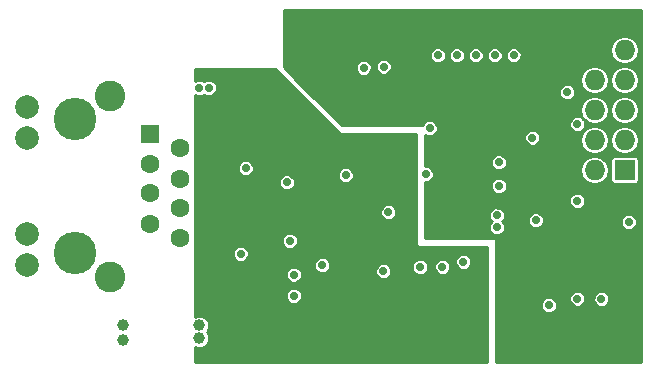
<source format=gbr>
G04 #@! TF.FileFunction,Copper,L3,Inr,Signal*
%FSLAX46Y46*%
G04 Gerber Fmt 4.6, Leading zero omitted, Abs format (unit mm)*
G04 Created by KiCad (PCBNEW (2016-08-24 BZR 7090, Git 532a5fb)-product) date 10/24/16 18:33:33*
%MOMM*%
%LPD*%
G01*
G04 APERTURE LIST*
%ADD10C,0.100000*%
%ADD11C,1.000000*%
%ADD12C,3.599180*%
%ADD13R,1.600000X1.600000*%
%ADD14C,1.600000*%
%ADD15C,2.000000*%
%ADD16C,2.600000*%
%ADD17R,1.727200X1.727200*%
%ADD18O,1.727200X1.727200*%
%ADD19C,0.700000*%
%ADD20C,0.254000*%
G04 APERTURE END LIST*
D10*
D11*
X151000000Y-124300000D03*
X144500000Y-124300000D03*
X156100000Y-103000000D03*
X163300000Y-99600000D03*
X161900000Y-99600000D03*
D12*
X140498920Y-118199760D03*
X140450660Y-106800240D03*
D13*
X146800660Y-108100720D03*
D14*
X149350820Y-109299600D03*
X146800660Y-110600080D03*
X149350820Y-111900560D03*
X146800660Y-113099440D03*
X149350820Y-114399920D03*
X146800660Y-115700400D03*
X149350820Y-116899280D03*
D15*
X136450160Y-105850280D03*
X136450160Y-108400440D03*
X136450160Y-116599560D03*
X136450160Y-119149720D03*
D16*
X143450400Y-104849520D03*
X143450400Y-120249540D03*
D17*
X187000000Y-111160000D03*
D18*
X184460000Y-111160000D03*
X187000000Y-108620000D03*
X184460000Y-108620000D03*
X187000000Y-106080000D03*
X184460000Y-106080000D03*
X187000000Y-103540000D03*
X184460000Y-103540000D03*
X187000000Y-101000000D03*
X184460000Y-101000000D03*
D11*
X155000000Y-103000000D03*
X144500000Y-125500000D03*
X151000000Y-125400000D03*
D19*
X185050000Y-122050000D03*
X151000000Y-104200000D03*
X151800000Y-104200000D03*
X164900000Y-102500000D03*
X166600000Y-102400000D03*
X179488567Y-115421483D03*
X187350000Y-115550000D03*
X183000000Y-122040000D03*
X182990000Y-113770000D03*
X177600000Y-101450000D03*
X176000000Y-101450000D03*
X174400000Y-101450000D03*
X172800000Y-101450000D03*
X171200000Y-101450000D03*
X170500000Y-107610000D03*
X179200000Y-108400000D03*
X170160000Y-111500000D03*
X180600000Y-122600000D03*
X166590000Y-119720000D03*
X161400000Y-119200000D03*
X173349980Y-118914321D03*
X171573198Y-119346055D03*
X169690000Y-119360000D03*
X167010924Y-114719759D03*
X163380000Y-111590000D03*
X154910000Y-110990000D03*
X154500000Y-118250000D03*
X178250000Y-118550000D03*
X179200000Y-101450000D03*
X164950000Y-103780000D03*
X164940000Y-105380000D03*
X164940000Y-106950000D03*
X174790000Y-119240000D03*
X172517506Y-119312573D03*
X170610000Y-119390000D03*
X166610000Y-117840000D03*
X166990000Y-113820000D03*
X167665317Y-111664165D03*
X157000000Y-112000000D03*
X155750000Y-104500000D03*
X158661090Y-117138910D03*
X158400000Y-112200000D03*
X159000000Y-121800000D03*
X176200000Y-116000000D03*
X159000000Y-120000000D03*
X176200000Y-115000000D03*
X176350000Y-112500000D03*
X183016970Y-107256970D03*
X176350000Y-110500000D03*
X182150000Y-104550000D03*
D20*
G36*
X162910197Y-108089803D02*
X162951399Y-108117333D01*
X163000000Y-108127000D01*
X169373000Y-108127000D01*
X169373000Y-117500000D01*
X169382667Y-117548601D01*
X169410197Y-117589803D01*
X169451399Y-117617333D01*
X169500000Y-117627000D01*
X175373000Y-117627000D01*
X175373000Y-127373000D01*
X150627000Y-127373000D01*
X150627000Y-126140580D01*
X150834778Y-126226856D01*
X151163779Y-126227143D01*
X151467846Y-126101505D01*
X151700688Y-125869070D01*
X151826856Y-125565222D01*
X151827143Y-125236221D01*
X151701505Y-124932154D01*
X151619555Y-124850061D01*
X151700688Y-124769070D01*
X151826856Y-124465222D01*
X151827143Y-124136221D01*
X151701505Y-123832154D01*
X151469070Y-123599312D01*
X151165222Y-123473144D01*
X150836221Y-123472857D01*
X150627000Y-123559305D01*
X150627000Y-121934073D01*
X158322883Y-121934073D01*
X158425733Y-122182989D01*
X158616010Y-122373598D01*
X158864746Y-122476882D01*
X159134073Y-122477117D01*
X159382989Y-122374267D01*
X159573598Y-122183990D01*
X159676882Y-121935254D01*
X159677117Y-121665927D01*
X159574267Y-121417011D01*
X159383990Y-121226402D01*
X159135254Y-121123118D01*
X158865927Y-121122883D01*
X158617011Y-121225733D01*
X158426402Y-121416010D01*
X158323118Y-121664746D01*
X158322883Y-121934073D01*
X150627000Y-121934073D01*
X150627000Y-120134073D01*
X158322883Y-120134073D01*
X158425733Y-120382989D01*
X158616010Y-120573598D01*
X158864746Y-120676882D01*
X159134073Y-120677117D01*
X159382989Y-120574267D01*
X159573598Y-120383990D01*
X159676882Y-120135254D01*
X159677117Y-119865927D01*
X159574267Y-119617011D01*
X159383990Y-119426402D01*
X159161637Y-119334073D01*
X160722883Y-119334073D01*
X160825733Y-119582989D01*
X161016010Y-119773598D01*
X161264746Y-119876882D01*
X161534073Y-119877117D01*
X161589843Y-119854073D01*
X165912883Y-119854073D01*
X166015733Y-120102989D01*
X166206010Y-120293598D01*
X166454746Y-120396882D01*
X166724073Y-120397117D01*
X166972989Y-120294267D01*
X167163598Y-120103990D01*
X167266882Y-119855254D01*
X167267117Y-119585927D01*
X167229164Y-119494073D01*
X169012883Y-119494073D01*
X169115733Y-119742989D01*
X169306010Y-119933598D01*
X169554746Y-120036882D01*
X169824073Y-120037117D01*
X170072989Y-119934267D01*
X170263598Y-119743990D01*
X170366882Y-119495254D01*
X170366895Y-119480128D01*
X170896081Y-119480128D01*
X170998931Y-119729044D01*
X171189208Y-119919653D01*
X171437944Y-120022937D01*
X171707271Y-120023172D01*
X171956187Y-119920322D01*
X172146796Y-119730045D01*
X172250080Y-119481309D01*
X172250315Y-119211982D01*
X172182722Y-119048394D01*
X172672863Y-119048394D01*
X172775713Y-119297310D01*
X172965990Y-119487919D01*
X173214726Y-119591203D01*
X173484053Y-119591438D01*
X173732969Y-119488588D01*
X173923578Y-119298311D01*
X174026862Y-119049575D01*
X174027097Y-118780248D01*
X173924247Y-118531332D01*
X173733970Y-118340723D01*
X173485234Y-118237439D01*
X173215907Y-118237204D01*
X172966991Y-118340054D01*
X172776382Y-118530331D01*
X172673098Y-118779067D01*
X172672863Y-119048394D01*
X172182722Y-119048394D01*
X172147465Y-118963066D01*
X171957188Y-118772457D01*
X171708452Y-118669173D01*
X171439125Y-118668938D01*
X171190209Y-118771788D01*
X170999600Y-118962065D01*
X170896316Y-119210801D01*
X170896081Y-119480128D01*
X170366895Y-119480128D01*
X170367117Y-119225927D01*
X170264267Y-118977011D01*
X170073990Y-118786402D01*
X169825254Y-118683118D01*
X169555927Y-118682883D01*
X169307011Y-118785733D01*
X169116402Y-118976010D01*
X169013118Y-119224746D01*
X169012883Y-119494073D01*
X167229164Y-119494073D01*
X167164267Y-119337011D01*
X166973990Y-119146402D01*
X166725254Y-119043118D01*
X166455927Y-119042883D01*
X166207011Y-119145733D01*
X166016402Y-119336010D01*
X165913118Y-119584746D01*
X165912883Y-119854073D01*
X161589843Y-119854073D01*
X161782989Y-119774267D01*
X161973598Y-119583990D01*
X162076882Y-119335254D01*
X162077117Y-119065927D01*
X161974267Y-118817011D01*
X161783990Y-118626402D01*
X161535254Y-118523118D01*
X161265927Y-118522883D01*
X161017011Y-118625733D01*
X160826402Y-118816010D01*
X160723118Y-119064746D01*
X160722883Y-119334073D01*
X159161637Y-119334073D01*
X159135254Y-119323118D01*
X158865927Y-119322883D01*
X158617011Y-119425733D01*
X158426402Y-119616010D01*
X158323118Y-119864746D01*
X158322883Y-120134073D01*
X150627000Y-120134073D01*
X150627000Y-118384073D01*
X153822883Y-118384073D01*
X153925733Y-118632989D01*
X154116010Y-118823598D01*
X154364746Y-118926882D01*
X154634073Y-118927117D01*
X154882989Y-118824267D01*
X155073598Y-118633990D01*
X155176882Y-118385254D01*
X155177117Y-118115927D01*
X155074267Y-117867011D01*
X154883990Y-117676402D01*
X154635254Y-117573118D01*
X154365927Y-117572883D01*
X154117011Y-117675733D01*
X153926402Y-117866010D01*
X153823118Y-118114746D01*
X153822883Y-118384073D01*
X150627000Y-118384073D01*
X150627000Y-117272983D01*
X157983973Y-117272983D01*
X158086823Y-117521899D01*
X158277100Y-117712508D01*
X158525836Y-117815792D01*
X158795163Y-117816027D01*
X159044079Y-117713177D01*
X159234688Y-117522900D01*
X159337972Y-117274164D01*
X159338207Y-117004837D01*
X159235357Y-116755921D01*
X159045080Y-116565312D01*
X158796344Y-116462028D01*
X158527017Y-116461793D01*
X158278101Y-116564643D01*
X158087492Y-116754920D01*
X157984208Y-117003656D01*
X157983973Y-117272983D01*
X150627000Y-117272983D01*
X150627000Y-114853832D01*
X166333807Y-114853832D01*
X166436657Y-115102748D01*
X166626934Y-115293357D01*
X166875670Y-115396641D01*
X167144997Y-115396876D01*
X167393913Y-115294026D01*
X167584522Y-115103749D01*
X167687806Y-114855013D01*
X167688041Y-114585686D01*
X167585191Y-114336770D01*
X167394914Y-114146161D01*
X167146178Y-114042877D01*
X166876851Y-114042642D01*
X166627935Y-114145492D01*
X166437326Y-114335769D01*
X166334042Y-114584505D01*
X166333807Y-114853832D01*
X150627000Y-114853832D01*
X150627000Y-112334073D01*
X157722883Y-112334073D01*
X157825733Y-112582989D01*
X158016010Y-112773598D01*
X158264746Y-112876882D01*
X158534073Y-112877117D01*
X158782989Y-112774267D01*
X158973598Y-112583990D01*
X159076882Y-112335254D01*
X159077117Y-112065927D01*
X158974267Y-111817011D01*
X158881491Y-111724073D01*
X162702883Y-111724073D01*
X162805733Y-111972989D01*
X162996010Y-112163598D01*
X163244746Y-112266882D01*
X163514073Y-112267117D01*
X163762989Y-112164267D01*
X163953598Y-111973990D01*
X164056882Y-111725254D01*
X164057117Y-111455927D01*
X163954267Y-111207011D01*
X163763990Y-111016402D01*
X163515254Y-110913118D01*
X163245927Y-110912883D01*
X162997011Y-111015733D01*
X162806402Y-111206010D01*
X162703118Y-111454746D01*
X162702883Y-111724073D01*
X158881491Y-111724073D01*
X158783990Y-111626402D01*
X158535254Y-111523118D01*
X158265927Y-111522883D01*
X158017011Y-111625733D01*
X157826402Y-111816010D01*
X157723118Y-112064746D01*
X157722883Y-112334073D01*
X150627000Y-112334073D01*
X150627000Y-111124073D01*
X154232883Y-111124073D01*
X154335733Y-111372989D01*
X154526010Y-111563598D01*
X154774746Y-111666882D01*
X155044073Y-111667117D01*
X155292989Y-111564267D01*
X155483598Y-111373990D01*
X155586882Y-111125254D01*
X155587117Y-110855927D01*
X155484267Y-110607011D01*
X155293990Y-110416402D01*
X155045254Y-110313118D01*
X154775927Y-110312883D01*
X154527011Y-110415733D01*
X154336402Y-110606010D01*
X154233118Y-110854746D01*
X154232883Y-111124073D01*
X150627000Y-111124073D01*
X150627000Y-104778161D01*
X150864746Y-104876882D01*
X151134073Y-104877117D01*
X151382989Y-104774267D01*
X151399863Y-104757423D01*
X151416010Y-104773598D01*
X151664746Y-104876882D01*
X151934073Y-104877117D01*
X152182989Y-104774267D01*
X152373598Y-104583990D01*
X152476882Y-104335254D01*
X152477117Y-104065927D01*
X152374267Y-103817011D01*
X152183990Y-103626402D01*
X151935254Y-103523118D01*
X151665927Y-103522883D01*
X151417011Y-103625733D01*
X151400137Y-103642577D01*
X151383990Y-103626402D01*
X151135254Y-103523118D01*
X150865927Y-103522883D01*
X150627000Y-103621606D01*
X150627000Y-102627000D01*
X157447394Y-102627000D01*
X162910197Y-108089803D01*
X162910197Y-108089803D01*
G37*
X162910197Y-108089803D02*
X162951399Y-108117333D01*
X163000000Y-108127000D01*
X169373000Y-108127000D01*
X169373000Y-117500000D01*
X169382667Y-117548601D01*
X169410197Y-117589803D01*
X169451399Y-117617333D01*
X169500000Y-117627000D01*
X175373000Y-117627000D01*
X175373000Y-127373000D01*
X150627000Y-127373000D01*
X150627000Y-126140580D01*
X150834778Y-126226856D01*
X151163779Y-126227143D01*
X151467846Y-126101505D01*
X151700688Y-125869070D01*
X151826856Y-125565222D01*
X151827143Y-125236221D01*
X151701505Y-124932154D01*
X151619555Y-124850061D01*
X151700688Y-124769070D01*
X151826856Y-124465222D01*
X151827143Y-124136221D01*
X151701505Y-123832154D01*
X151469070Y-123599312D01*
X151165222Y-123473144D01*
X150836221Y-123472857D01*
X150627000Y-123559305D01*
X150627000Y-121934073D01*
X158322883Y-121934073D01*
X158425733Y-122182989D01*
X158616010Y-122373598D01*
X158864746Y-122476882D01*
X159134073Y-122477117D01*
X159382989Y-122374267D01*
X159573598Y-122183990D01*
X159676882Y-121935254D01*
X159677117Y-121665927D01*
X159574267Y-121417011D01*
X159383990Y-121226402D01*
X159135254Y-121123118D01*
X158865927Y-121122883D01*
X158617011Y-121225733D01*
X158426402Y-121416010D01*
X158323118Y-121664746D01*
X158322883Y-121934073D01*
X150627000Y-121934073D01*
X150627000Y-120134073D01*
X158322883Y-120134073D01*
X158425733Y-120382989D01*
X158616010Y-120573598D01*
X158864746Y-120676882D01*
X159134073Y-120677117D01*
X159382989Y-120574267D01*
X159573598Y-120383990D01*
X159676882Y-120135254D01*
X159677117Y-119865927D01*
X159574267Y-119617011D01*
X159383990Y-119426402D01*
X159161637Y-119334073D01*
X160722883Y-119334073D01*
X160825733Y-119582989D01*
X161016010Y-119773598D01*
X161264746Y-119876882D01*
X161534073Y-119877117D01*
X161589843Y-119854073D01*
X165912883Y-119854073D01*
X166015733Y-120102989D01*
X166206010Y-120293598D01*
X166454746Y-120396882D01*
X166724073Y-120397117D01*
X166972989Y-120294267D01*
X167163598Y-120103990D01*
X167266882Y-119855254D01*
X167267117Y-119585927D01*
X167229164Y-119494073D01*
X169012883Y-119494073D01*
X169115733Y-119742989D01*
X169306010Y-119933598D01*
X169554746Y-120036882D01*
X169824073Y-120037117D01*
X170072989Y-119934267D01*
X170263598Y-119743990D01*
X170366882Y-119495254D01*
X170366895Y-119480128D01*
X170896081Y-119480128D01*
X170998931Y-119729044D01*
X171189208Y-119919653D01*
X171437944Y-120022937D01*
X171707271Y-120023172D01*
X171956187Y-119920322D01*
X172146796Y-119730045D01*
X172250080Y-119481309D01*
X172250315Y-119211982D01*
X172182722Y-119048394D01*
X172672863Y-119048394D01*
X172775713Y-119297310D01*
X172965990Y-119487919D01*
X173214726Y-119591203D01*
X173484053Y-119591438D01*
X173732969Y-119488588D01*
X173923578Y-119298311D01*
X174026862Y-119049575D01*
X174027097Y-118780248D01*
X173924247Y-118531332D01*
X173733970Y-118340723D01*
X173485234Y-118237439D01*
X173215907Y-118237204D01*
X172966991Y-118340054D01*
X172776382Y-118530331D01*
X172673098Y-118779067D01*
X172672863Y-119048394D01*
X172182722Y-119048394D01*
X172147465Y-118963066D01*
X171957188Y-118772457D01*
X171708452Y-118669173D01*
X171439125Y-118668938D01*
X171190209Y-118771788D01*
X170999600Y-118962065D01*
X170896316Y-119210801D01*
X170896081Y-119480128D01*
X170366895Y-119480128D01*
X170367117Y-119225927D01*
X170264267Y-118977011D01*
X170073990Y-118786402D01*
X169825254Y-118683118D01*
X169555927Y-118682883D01*
X169307011Y-118785733D01*
X169116402Y-118976010D01*
X169013118Y-119224746D01*
X169012883Y-119494073D01*
X167229164Y-119494073D01*
X167164267Y-119337011D01*
X166973990Y-119146402D01*
X166725254Y-119043118D01*
X166455927Y-119042883D01*
X166207011Y-119145733D01*
X166016402Y-119336010D01*
X165913118Y-119584746D01*
X165912883Y-119854073D01*
X161589843Y-119854073D01*
X161782989Y-119774267D01*
X161973598Y-119583990D01*
X162076882Y-119335254D01*
X162077117Y-119065927D01*
X161974267Y-118817011D01*
X161783990Y-118626402D01*
X161535254Y-118523118D01*
X161265927Y-118522883D01*
X161017011Y-118625733D01*
X160826402Y-118816010D01*
X160723118Y-119064746D01*
X160722883Y-119334073D01*
X159161637Y-119334073D01*
X159135254Y-119323118D01*
X158865927Y-119322883D01*
X158617011Y-119425733D01*
X158426402Y-119616010D01*
X158323118Y-119864746D01*
X158322883Y-120134073D01*
X150627000Y-120134073D01*
X150627000Y-118384073D01*
X153822883Y-118384073D01*
X153925733Y-118632989D01*
X154116010Y-118823598D01*
X154364746Y-118926882D01*
X154634073Y-118927117D01*
X154882989Y-118824267D01*
X155073598Y-118633990D01*
X155176882Y-118385254D01*
X155177117Y-118115927D01*
X155074267Y-117867011D01*
X154883990Y-117676402D01*
X154635254Y-117573118D01*
X154365927Y-117572883D01*
X154117011Y-117675733D01*
X153926402Y-117866010D01*
X153823118Y-118114746D01*
X153822883Y-118384073D01*
X150627000Y-118384073D01*
X150627000Y-117272983D01*
X157983973Y-117272983D01*
X158086823Y-117521899D01*
X158277100Y-117712508D01*
X158525836Y-117815792D01*
X158795163Y-117816027D01*
X159044079Y-117713177D01*
X159234688Y-117522900D01*
X159337972Y-117274164D01*
X159338207Y-117004837D01*
X159235357Y-116755921D01*
X159045080Y-116565312D01*
X158796344Y-116462028D01*
X158527017Y-116461793D01*
X158278101Y-116564643D01*
X158087492Y-116754920D01*
X157984208Y-117003656D01*
X157983973Y-117272983D01*
X150627000Y-117272983D01*
X150627000Y-114853832D01*
X166333807Y-114853832D01*
X166436657Y-115102748D01*
X166626934Y-115293357D01*
X166875670Y-115396641D01*
X167144997Y-115396876D01*
X167393913Y-115294026D01*
X167584522Y-115103749D01*
X167687806Y-114855013D01*
X167688041Y-114585686D01*
X167585191Y-114336770D01*
X167394914Y-114146161D01*
X167146178Y-114042877D01*
X166876851Y-114042642D01*
X166627935Y-114145492D01*
X166437326Y-114335769D01*
X166334042Y-114584505D01*
X166333807Y-114853832D01*
X150627000Y-114853832D01*
X150627000Y-112334073D01*
X157722883Y-112334073D01*
X157825733Y-112582989D01*
X158016010Y-112773598D01*
X158264746Y-112876882D01*
X158534073Y-112877117D01*
X158782989Y-112774267D01*
X158973598Y-112583990D01*
X159076882Y-112335254D01*
X159077117Y-112065927D01*
X158974267Y-111817011D01*
X158881491Y-111724073D01*
X162702883Y-111724073D01*
X162805733Y-111972989D01*
X162996010Y-112163598D01*
X163244746Y-112266882D01*
X163514073Y-112267117D01*
X163762989Y-112164267D01*
X163953598Y-111973990D01*
X164056882Y-111725254D01*
X164057117Y-111455927D01*
X163954267Y-111207011D01*
X163763990Y-111016402D01*
X163515254Y-110913118D01*
X163245927Y-110912883D01*
X162997011Y-111015733D01*
X162806402Y-111206010D01*
X162703118Y-111454746D01*
X162702883Y-111724073D01*
X158881491Y-111724073D01*
X158783990Y-111626402D01*
X158535254Y-111523118D01*
X158265927Y-111522883D01*
X158017011Y-111625733D01*
X157826402Y-111816010D01*
X157723118Y-112064746D01*
X157722883Y-112334073D01*
X150627000Y-112334073D01*
X150627000Y-111124073D01*
X154232883Y-111124073D01*
X154335733Y-111372989D01*
X154526010Y-111563598D01*
X154774746Y-111666882D01*
X155044073Y-111667117D01*
X155292989Y-111564267D01*
X155483598Y-111373990D01*
X155586882Y-111125254D01*
X155587117Y-110855927D01*
X155484267Y-110607011D01*
X155293990Y-110416402D01*
X155045254Y-110313118D01*
X154775927Y-110312883D01*
X154527011Y-110415733D01*
X154336402Y-110606010D01*
X154233118Y-110854746D01*
X154232883Y-111124073D01*
X150627000Y-111124073D01*
X150627000Y-104778161D01*
X150864746Y-104876882D01*
X151134073Y-104877117D01*
X151382989Y-104774267D01*
X151399863Y-104757423D01*
X151416010Y-104773598D01*
X151664746Y-104876882D01*
X151934073Y-104877117D01*
X152182989Y-104774267D01*
X152373598Y-104583990D01*
X152476882Y-104335254D01*
X152477117Y-104065927D01*
X152374267Y-103817011D01*
X152183990Y-103626402D01*
X151935254Y-103523118D01*
X151665927Y-103522883D01*
X151417011Y-103625733D01*
X151400137Y-103642577D01*
X151383990Y-103626402D01*
X151135254Y-103523118D01*
X150865927Y-103522883D01*
X150627000Y-103621606D01*
X150627000Y-102627000D01*
X157447394Y-102627000D01*
X162910197Y-108089803D01*
G36*
X188373000Y-127373000D02*
X176127000Y-127373000D01*
X176127000Y-122734073D01*
X179922883Y-122734073D01*
X180025733Y-122982989D01*
X180216010Y-123173598D01*
X180464746Y-123276882D01*
X180734073Y-123277117D01*
X180982989Y-123174267D01*
X181173598Y-122983990D01*
X181276882Y-122735254D01*
X181277117Y-122465927D01*
X181174267Y-122217011D01*
X181131404Y-122174073D01*
X182322883Y-122174073D01*
X182425733Y-122422989D01*
X182616010Y-122613598D01*
X182864746Y-122716882D01*
X183134073Y-122717117D01*
X183382989Y-122614267D01*
X183573598Y-122423990D01*
X183673220Y-122184073D01*
X184372883Y-122184073D01*
X184475733Y-122432989D01*
X184666010Y-122623598D01*
X184914746Y-122726882D01*
X185184073Y-122727117D01*
X185432989Y-122624267D01*
X185623598Y-122433990D01*
X185726882Y-122185254D01*
X185727117Y-121915927D01*
X185624267Y-121667011D01*
X185433990Y-121476402D01*
X185185254Y-121373118D01*
X184915927Y-121372883D01*
X184667011Y-121475733D01*
X184476402Y-121666010D01*
X184373118Y-121914746D01*
X184372883Y-122184073D01*
X183673220Y-122184073D01*
X183676882Y-122175254D01*
X183677117Y-121905927D01*
X183574267Y-121657011D01*
X183383990Y-121466402D01*
X183135254Y-121363118D01*
X182865927Y-121362883D01*
X182617011Y-121465733D01*
X182426402Y-121656010D01*
X182323118Y-121904746D01*
X182322883Y-122174073D01*
X181131404Y-122174073D01*
X180983990Y-122026402D01*
X180735254Y-121923118D01*
X180465927Y-121922883D01*
X180217011Y-122025733D01*
X180026402Y-122216010D01*
X179923118Y-122464746D01*
X179922883Y-122734073D01*
X176127000Y-122734073D01*
X176127000Y-117000000D01*
X176117333Y-116951399D01*
X176089803Y-116910197D01*
X176048601Y-116882667D01*
X176000000Y-116873000D01*
X170127000Y-116873000D01*
X170127000Y-115134073D01*
X175522883Y-115134073D01*
X175625733Y-115382989D01*
X175742577Y-115500037D01*
X175626402Y-115616010D01*
X175523118Y-115864746D01*
X175522883Y-116134073D01*
X175625733Y-116382989D01*
X175816010Y-116573598D01*
X176064746Y-116676882D01*
X176334073Y-116677117D01*
X176582989Y-116574267D01*
X176773598Y-116383990D01*
X176876882Y-116135254D01*
X176877117Y-115865927D01*
X176774267Y-115617011D01*
X176712920Y-115555556D01*
X178811450Y-115555556D01*
X178914300Y-115804472D01*
X179104577Y-115995081D01*
X179353313Y-116098365D01*
X179622640Y-116098600D01*
X179871556Y-115995750D01*
X180062165Y-115805473D01*
X180112574Y-115684073D01*
X186672883Y-115684073D01*
X186775733Y-115932989D01*
X186966010Y-116123598D01*
X187214746Y-116226882D01*
X187484073Y-116227117D01*
X187732989Y-116124267D01*
X187923598Y-115933990D01*
X188026882Y-115685254D01*
X188027117Y-115415927D01*
X187924267Y-115167011D01*
X187733990Y-114976402D01*
X187485254Y-114873118D01*
X187215927Y-114872883D01*
X186967011Y-114975733D01*
X186776402Y-115166010D01*
X186673118Y-115414746D01*
X186672883Y-115684073D01*
X180112574Y-115684073D01*
X180165449Y-115556737D01*
X180165684Y-115287410D01*
X180062834Y-115038494D01*
X179872557Y-114847885D01*
X179623821Y-114744601D01*
X179354494Y-114744366D01*
X179105578Y-114847216D01*
X178914969Y-115037493D01*
X178811685Y-115286229D01*
X178811450Y-115555556D01*
X176712920Y-115555556D01*
X176657423Y-115499963D01*
X176773598Y-115383990D01*
X176876882Y-115135254D01*
X176877117Y-114865927D01*
X176774267Y-114617011D01*
X176583990Y-114426402D01*
X176335254Y-114323118D01*
X176065927Y-114322883D01*
X175817011Y-114425733D01*
X175626402Y-114616010D01*
X175523118Y-114864746D01*
X175522883Y-115134073D01*
X170127000Y-115134073D01*
X170127000Y-113904073D01*
X182312883Y-113904073D01*
X182415733Y-114152989D01*
X182606010Y-114343598D01*
X182854746Y-114446882D01*
X183124073Y-114447117D01*
X183372989Y-114344267D01*
X183563598Y-114153990D01*
X183666882Y-113905254D01*
X183667117Y-113635927D01*
X183564267Y-113387011D01*
X183373990Y-113196402D01*
X183125254Y-113093118D01*
X182855927Y-113092883D01*
X182607011Y-113195733D01*
X182416402Y-113386010D01*
X182313118Y-113634746D01*
X182312883Y-113904073D01*
X170127000Y-113904073D01*
X170127000Y-112634073D01*
X175672883Y-112634073D01*
X175775733Y-112882989D01*
X175966010Y-113073598D01*
X176214746Y-113176882D01*
X176484073Y-113177117D01*
X176732989Y-113074267D01*
X176923598Y-112883990D01*
X177026882Y-112635254D01*
X177027117Y-112365927D01*
X176924267Y-112117011D01*
X176733990Y-111926402D01*
X176485254Y-111823118D01*
X176215927Y-111822883D01*
X175967011Y-111925733D01*
X175776402Y-112116010D01*
X175673118Y-112364746D01*
X175672883Y-112634073D01*
X170127000Y-112634073D01*
X170127000Y-112176971D01*
X170294073Y-112177117D01*
X170542989Y-112074267D01*
X170733598Y-111883990D01*
X170836882Y-111635254D01*
X170837117Y-111365927D01*
X170734267Y-111117011D01*
X170543990Y-110926402D01*
X170295254Y-110823118D01*
X170127000Y-110822971D01*
X170127000Y-110634073D01*
X175672883Y-110634073D01*
X175775733Y-110882989D01*
X175966010Y-111073598D01*
X176214746Y-111176882D01*
X176484073Y-111177117D01*
X176525499Y-111160000D01*
X183246075Y-111160000D01*
X183336704Y-111615623D01*
X183594794Y-112001881D01*
X183981052Y-112259971D01*
X184436675Y-112350600D01*
X184483325Y-112350600D01*
X184938948Y-112259971D01*
X185325206Y-112001881D01*
X185583296Y-111615623D01*
X185673925Y-111160000D01*
X185583296Y-110704377D01*
X185325206Y-110318119D01*
X185292702Y-110296400D01*
X185802994Y-110296400D01*
X185802994Y-112023600D01*
X185828373Y-112151189D01*
X185900646Y-112259354D01*
X186008811Y-112331627D01*
X186136400Y-112357006D01*
X187863600Y-112357006D01*
X187991189Y-112331627D01*
X188099354Y-112259354D01*
X188171627Y-112151189D01*
X188197006Y-112023600D01*
X188197006Y-110296400D01*
X188171627Y-110168811D01*
X188099354Y-110060646D01*
X187991189Y-109988373D01*
X187863600Y-109962994D01*
X186136400Y-109962994D01*
X186008811Y-109988373D01*
X185900646Y-110060646D01*
X185828373Y-110168811D01*
X185802994Y-110296400D01*
X185292702Y-110296400D01*
X184938948Y-110060029D01*
X184483325Y-109969400D01*
X184436675Y-109969400D01*
X183981052Y-110060029D01*
X183594794Y-110318119D01*
X183336704Y-110704377D01*
X183246075Y-111160000D01*
X176525499Y-111160000D01*
X176732989Y-111074267D01*
X176923598Y-110883990D01*
X177026882Y-110635254D01*
X177027117Y-110365927D01*
X176924267Y-110117011D01*
X176733990Y-109926402D01*
X176485254Y-109823118D01*
X176215927Y-109822883D01*
X175967011Y-109925733D01*
X175776402Y-110116010D01*
X175673118Y-110364746D01*
X175672883Y-110634073D01*
X170127000Y-110634073D01*
X170127000Y-108534073D01*
X178522883Y-108534073D01*
X178625733Y-108782989D01*
X178816010Y-108973598D01*
X179064746Y-109076882D01*
X179334073Y-109077117D01*
X179582989Y-108974267D01*
X179773598Y-108783990D01*
X179841692Y-108620000D01*
X183246075Y-108620000D01*
X183336704Y-109075623D01*
X183594794Y-109461881D01*
X183981052Y-109719971D01*
X184436675Y-109810600D01*
X184483325Y-109810600D01*
X184938948Y-109719971D01*
X185325206Y-109461881D01*
X185583296Y-109075623D01*
X185673925Y-108620000D01*
X185786075Y-108620000D01*
X185876704Y-109075623D01*
X186134794Y-109461881D01*
X186521052Y-109719971D01*
X186976675Y-109810600D01*
X187023325Y-109810600D01*
X187478948Y-109719971D01*
X187865206Y-109461881D01*
X188123296Y-109075623D01*
X188213925Y-108620000D01*
X188123296Y-108164377D01*
X187865206Y-107778119D01*
X187478948Y-107520029D01*
X187023325Y-107429400D01*
X186976675Y-107429400D01*
X186521052Y-107520029D01*
X186134794Y-107778119D01*
X185876704Y-108164377D01*
X185786075Y-108620000D01*
X185673925Y-108620000D01*
X185583296Y-108164377D01*
X185325206Y-107778119D01*
X184938948Y-107520029D01*
X184483325Y-107429400D01*
X184436675Y-107429400D01*
X183981052Y-107520029D01*
X183594794Y-107778119D01*
X183336704Y-108164377D01*
X183246075Y-108620000D01*
X179841692Y-108620000D01*
X179876882Y-108535254D01*
X179877117Y-108265927D01*
X179774267Y-108017011D01*
X179583990Y-107826402D01*
X179335254Y-107723118D01*
X179065927Y-107722883D01*
X178817011Y-107825733D01*
X178626402Y-108016010D01*
X178523118Y-108264746D01*
X178522883Y-108534073D01*
X170127000Y-108534073D01*
X170127000Y-108188161D01*
X170364746Y-108286882D01*
X170634073Y-108287117D01*
X170882989Y-108184267D01*
X171073598Y-107993990D01*
X171176882Y-107745254D01*
X171177117Y-107475927D01*
X171142044Y-107391043D01*
X182339853Y-107391043D01*
X182442703Y-107639959D01*
X182632980Y-107830568D01*
X182881716Y-107933852D01*
X183151043Y-107934087D01*
X183399959Y-107831237D01*
X183590568Y-107640960D01*
X183693852Y-107392224D01*
X183694087Y-107122897D01*
X183617221Y-106936866D01*
X183981052Y-107179971D01*
X184436675Y-107270600D01*
X184483325Y-107270600D01*
X184938948Y-107179971D01*
X185325206Y-106921881D01*
X185583296Y-106535623D01*
X185673925Y-106080000D01*
X185786075Y-106080000D01*
X185876704Y-106535623D01*
X186134794Y-106921881D01*
X186521052Y-107179971D01*
X186976675Y-107270600D01*
X187023325Y-107270600D01*
X187478948Y-107179971D01*
X187865206Y-106921881D01*
X188123296Y-106535623D01*
X188213925Y-106080000D01*
X188123296Y-105624377D01*
X187865206Y-105238119D01*
X187478948Y-104980029D01*
X187023325Y-104889400D01*
X186976675Y-104889400D01*
X186521052Y-104980029D01*
X186134794Y-105238119D01*
X185876704Y-105624377D01*
X185786075Y-106080000D01*
X185673925Y-106080000D01*
X185583296Y-105624377D01*
X185325206Y-105238119D01*
X184938948Y-104980029D01*
X184483325Y-104889400D01*
X184436675Y-104889400D01*
X183981052Y-104980029D01*
X183594794Y-105238119D01*
X183336704Y-105624377D01*
X183246075Y-106080000D01*
X183336704Y-106535623D01*
X183505199Y-106787793D01*
X183400960Y-106683372D01*
X183152224Y-106580088D01*
X182882897Y-106579853D01*
X182633981Y-106682703D01*
X182443372Y-106872980D01*
X182340088Y-107121716D01*
X182339853Y-107391043D01*
X171142044Y-107391043D01*
X171074267Y-107227011D01*
X170883990Y-107036402D01*
X170635254Y-106933118D01*
X170365927Y-106932883D01*
X170117011Y-107035733D01*
X169926402Y-107226010D01*
X169865367Y-107373000D01*
X163052606Y-107373000D01*
X160363679Y-104684073D01*
X181472883Y-104684073D01*
X181575733Y-104932989D01*
X181766010Y-105123598D01*
X182014746Y-105226882D01*
X182284073Y-105227117D01*
X182532989Y-105124267D01*
X182723598Y-104933990D01*
X182826882Y-104685254D01*
X182827117Y-104415927D01*
X182724267Y-104167011D01*
X182533990Y-103976402D01*
X182285254Y-103873118D01*
X182015927Y-103872883D01*
X181767011Y-103975733D01*
X181576402Y-104166010D01*
X181473118Y-104414746D01*
X181472883Y-104684073D01*
X160363679Y-104684073D01*
X159219606Y-103540000D01*
X183246075Y-103540000D01*
X183336704Y-103995623D01*
X183594794Y-104381881D01*
X183981052Y-104639971D01*
X184436675Y-104730600D01*
X184483325Y-104730600D01*
X184938948Y-104639971D01*
X185325206Y-104381881D01*
X185583296Y-103995623D01*
X185673925Y-103540000D01*
X185786075Y-103540000D01*
X185876704Y-103995623D01*
X186134794Y-104381881D01*
X186521052Y-104639971D01*
X186976675Y-104730600D01*
X187023325Y-104730600D01*
X187478948Y-104639971D01*
X187865206Y-104381881D01*
X188123296Y-103995623D01*
X188213925Y-103540000D01*
X188123296Y-103084377D01*
X187865206Y-102698119D01*
X187478948Y-102440029D01*
X187023325Y-102349400D01*
X186976675Y-102349400D01*
X186521052Y-102440029D01*
X186134794Y-102698119D01*
X185876704Y-103084377D01*
X185786075Y-103540000D01*
X185673925Y-103540000D01*
X185583296Y-103084377D01*
X185325206Y-102698119D01*
X184938948Y-102440029D01*
X184483325Y-102349400D01*
X184436675Y-102349400D01*
X183981052Y-102440029D01*
X183594794Y-102698119D01*
X183336704Y-103084377D01*
X183246075Y-103540000D01*
X159219606Y-103540000D01*
X158313679Y-102634073D01*
X164222883Y-102634073D01*
X164325733Y-102882989D01*
X164516010Y-103073598D01*
X164764746Y-103176882D01*
X165034073Y-103177117D01*
X165282989Y-103074267D01*
X165473598Y-102883990D01*
X165576882Y-102635254D01*
X165576970Y-102534073D01*
X165922883Y-102534073D01*
X166025733Y-102782989D01*
X166216010Y-102973598D01*
X166464746Y-103076882D01*
X166734073Y-103077117D01*
X166982989Y-102974267D01*
X167173598Y-102783990D01*
X167276882Y-102535254D01*
X167277117Y-102265927D01*
X167174267Y-102017011D01*
X166983990Y-101826402D01*
X166735254Y-101723118D01*
X166465927Y-101722883D01*
X166217011Y-101825733D01*
X166026402Y-102016010D01*
X165923118Y-102264746D01*
X165922883Y-102534073D01*
X165576970Y-102534073D01*
X165577117Y-102365927D01*
X165474267Y-102117011D01*
X165283990Y-101926402D01*
X165035254Y-101823118D01*
X164765927Y-101822883D01*
X164517011Y-101925733D01*
X164326402Y-102116010D01*
X164223118Y-102364746D01*
X164222883Y-102634073D01*
X158313679Y-102634073D01*
X158127000Y-102447394D01*
X158127000Y-101584073D01*
X170522883Y-101584073D01*
X170625733Y-101832989D01*
X170816010Y-102023598D01*
X171064746Y-102126882D01*
X171334073Y-102127117D01*
X171582989Y-102024267D01*
X171773598Y-101833990D01*
X171876882Y-101585254D01*
X171876883Y-101584073D01*
X172122883Y-101584073D01*
X172225733Y-101832989D01*
X172416010Y-102023598D01*
X172664746Y-102126882D01*
X172934073Y-102127117D01*
X173182989Y-102024267D01*
X173373598Y-101833990D01*
X173476882Y-101585254D01*
X173476883Y-101584073D01*
X173722883Y-101584073D01*
X173825733Y-101832989D01*
X174016010Y-102023598D01*
X174264746Y-102126882D01*
X174534073Y-102127117D01*
X174782989Y-102024267D01*
X174973598Y-101833990D01*
X175076882Y-101585254D01*
X175076883Y-101584073D01*
X175322883Y-101584073D01*
X175425733Y-101832989D01*
X175616010Y-102023598D01*
X175864746Y-102126882D01*
X176134073Y-102127117D01*
X176382989Y-102024267D01*
X176573598Y-101833990D01*
X176676882Y-101585254D01*
X176676883Y-101584073D01*
X176922883Y-101584073D01*
X177025733Y-101832989D01*
X177216010Y-102023598D01*
X177464746Y-102126882D01*
X177734073Y-102127117D01*
X177982989Y-102024267D01*
X178173598Y-101833990D01*
X178276882Y-101585254D01*
X178277117Y-101315927D01*
X178174267Y-101067011D01*
X178107373Y-101000000D01*
X185786075Y-101000000D01*
X185876704Y-101455623D01*
X186134794Y-101841881D01*
X186521052Y-102099971D01*
X186976675Y-102190600D01*
X187023325Y-102190600D01*
X187478948Y-102099971D01*
X187865206Y-101841881D01*
X188123296Y-101455623D01*
X188213925Y-101000000D01*
X188123296Y-100544377D01*
X187865206Y-100158119D01*
X187478948Y-99900029D01*
X187023325Y-99809400D01*
X186976675Y-99809400D01*
X186521052Y-99900029D01*
X186134794Y-100158119D01*
X185876704Y-100544377D01*
X185786075Y-101000000D01*
X178107373Y-101000000D01*
X177983990Y-100876402D01*
X177735254Y-100773118D01*
X177465927Y-100772883D01*
X177217011Y-100875733D01*
X177026402Y-101066010D01*
X176923118Y-101314746D01*
X176922883Y-101584073D01*
X176676883Y-101584073D01*
X176677117Y-101315927D01*
X176574267Y-101067011D01*
X176383990Y-100876402D01*
X176135254Y-100773118D01*
X175865927Y-100772883D01*
X175617011Y-100875733D01*
X175426402Y-101066010D01*
X175323118Y-101314746D01*
X175322883Y-101584073D01*
X175076883Y-101584073D01*
X175077117Y-101315927D01*
X174974267Y-101067011D01*
X174783990Y-100876402D01*
X174535254Y-100773118D01*
X174265927Y-100772883D01*
X174017011Y-100875733D01*
X173826402Y-101066010D01*
X173723118Y-101314746D01*
X173722883Y-101584073D01*
X173476883Y-101584073D01*
X173477117Y-101315927D01*
X173374267Y-101067011D01*
X173183990Y-100876402D01*
X172935254Y-100773118D01*
X172665927Y-100772883D01*
X172417011Y-100875733D01*
X172226402Y-101066010D01*
X172123118Y-101314746D01*
X172122883Y-101584073D01*
X171876883Y-101584073D01*
X171877117Y-101315927D01*
X171774267Y-101067011D01*
X171583990Y-100876402D01*
X171335254Y-100773118D01*
X171065927Y-100772883D01*
X170817011Y-100875733D01*
X170626402Y-101066010D01*
X170523118Y-101314746D01*
X170522883Y-101584073D01*
X158127000Y-101584073D01*
X158127000Y-97627000D01*
X188373000Y-97627000D01*
X188373000Y-127373000D01*
X188373000Y-127373000D01*
G37*
X188373000Y-127373000D02*
X176127000Y-127373000D01*
X176127000Y-122734073D01*
X179922883Y-122734073D01*
X180025733Y-122982989D01*
X180216010Y-123173598D01*
X180464746Y-123276882D01*
X180734073Y-123277117D01*
X180982989Y-123174267D01*
X181173598Y-122983990D01*
X181276882Y-122735254D01*
X181277117Y-122465927D01*
X181174267Y-122217011D01*
X181131404Y-122174073D01*
X182322883Y-122174073D01*
X182425733Y-122422989D01*
X182616010Y-122613598D01*
X182864746Y-122716882D01*
X183134073Y-122717117D01*
X183382989Y-122614267D01*
X183573598Y-122423990D01*
X183673220Y-122184073D01*
X184372883Y-122184073D01*
X184475733Y-122432989D01*
X184666010Y-122623598D01*
X184914746Y-122726882D01*
X185184073Y-122727117D01*
X185432989Y-122624267D01*
X185623598Y-122433990D01*
X185726882Y-122185254D01*
X185727117Y-121915927D01*
X185624267Y-121667011D01*
X185433990Y-121476402D01*
X185185254Y-121373118D01*
X184915927Y-121372883D01*
X184667011Y-121475733D01*
X184476402Y-121666010D01*
X184373118Y-121914746D01*
X184372883Y-122184073D01*
X183673220Y-122184073D01*
X183676882Y-122175254D01*
X183677117Y-121905927D01*
X183574267Y-121657011D01*
X183383990Y-121466402D01*
X183135254Y-121363118D01*
X182865927Y-121362883D01*
X182617011Y-121465733D01*
X182426402Y-121656010D01*
X182323118Y-121904746D01*
X182322883Y-122174073D01*
X181131404Y-122174073D01*
X180983990Y-122026402D01*
X180735254Y-121923118D01*
X180465927Y-121922883D01*
X180217011Y-122025733D01*
X180026402Y-122216010D01*
X179923118Y-122464746D01*
X179922883Y-122734073D01*
X176127000Y-122734073D01*
X176127000Y-117000000D01*
X176117333Y-116951399D01*
X176089803Y-116910197D01*
X176048601Y-116882667D01*
X176000000Y-116873000D01*
X170127000Y-116873000D01*
X170127000Y-115134073D01*
X175522883Y-115134073D01*
X175625733Y-115382989D01*
X175742577Y-115500037D01*
X175626402Y-115616010D01*
X175523118Y-115864746D01*
X175522883Y-116134073D01*
X175625733Y-116382989D01*
X175816010Y-116573598D01*
X176064746Y-116676882D01*
X176334073Y-116677117D01*
X176582989Y-116574267D01*
X176773598Y-116383990D01*
X176876882Y-116135254D01*
X176877117Y-115865927D01*
X176774267Y-115617011D01*
X176712920Y-115555556D01*
X178811450Y-115555556D01*
X178914300Y-115804472D01*
X179104577Y-115995081D01*
X179353313Y-116098365D01*
X179622640Y-116098600D01*
X179871556Y-115995750D01*
X180062165Y-115805473D01*
X180112574Y-115684073D01*
X186672883Y-115684073D01*
X186775733Y-115932989D01*
X186966010Y-116123598D01*
X187214746Y-116226882D01*
X187484073Y-116227117D01*
X187732989Y-116124267D01*
X187923598Y-115933990D01*
X188026882Y-115685254D01*
X188027117Y-115415927D01*
X187924267Y-115167011D01*
X187733990Y-114976402D01*
X187485254Y-114873118D01*
X187215927Y-114872883D01*
X186967011Y-114975733D01*
X186776402Y-115166010D01*
X186673118Y-115414746D01*
X186672883Y-115684073D01*
X180112574Y-115684073D01*
X180165449Y-115556737D01*
X180165684Y-115287410D01*
X180062834Y-115038494D01*
X179872557Y-114847885D01*
X179623821Y-114744601D01*
X179354494Y-114744366D01*
X179105578Y-114847216D01*
X178914969Y-115037493D01*
X178811685Y-115286229D01*
X178811450Y-115555556D01*
X176712920Y-115555556D01*
X176657423Y-115499963D01*
X176773598Y-115383990D01*
X176876882Y-115135254D01*
X176877117Y-114865927D01*
X176774267Y-114617011D01*
X176583990Y-114426402D01*
X176335254Y-114323118D01*
X176065927Y-114322883D01*
X175817011Y-114425733D01*
X175626402Y-114616010D01*
X175523118Y-114864746D01*
X175522883Y-115134073D01*
X170127000Y-115134073D01*
X170127000Y-113904073D01*
X182312883Y-113904073D01*
X182415733Y-114152989D01*
X182606010Y-114343598D01*
X182854746Y-114446882D01*
X183124073Y-114447117D01*
X183372989Y-114344267D01*
X183563598Y-114153990D01*
X183666882Y-113905254D01*
X183667117Y-113635927D01*
X183564267Y-113387011D01*
X183373990Y-113196402D01*
X183125254Y-113093118D01*
X182855927Y-113092883D01*
X182607011Y-113195733D01*
X182416402Y-113386010D01*
X182313118Y-113634746D01*
X182312883Y-113904073D01*
X170127000Y-113904073D01*
X170127000Y-112634073D01*
X175672883Y-112634073D01*
X175775733Y-112882989D01*
X175966010Y-113073598D01*
X176214746Y-113176882D01*
X176484073Y-113177117D01*
X176732989Y-113074267D01*
X176923598Y-112883990D01*
X177026882Y-112635254D01*
X177027117Y-112365927D01*
X176924267Y-112117011D01*
X176733990Y-111926402D01*
X176485254Y-111823118D01*
X176215927Y-111822883D01*
X175967011Y-111925733D01*
X175776402Y-112116010D01*
X175673118Y-112364746D01*
X175672883Y-112634073D01*
X170127000Y-112634073D01*
X170127000Y-112176971D01*
X170294073Y-112177117D01*
X170542989Y-112074267D01*
X170733598Y-111883990D01*
X170836882Y-111635254D01*
X170837117Y-111365927D01*
X170734267Y-111117011D01*
X170543990Y-110926402D01*
X170295254Y-110823118D01*
X170127000Y-110822971D01*
X170127000Y-110634073D01*
X175672883Y-110634073D01*
X175775733Y-110882989D01*
X175966010Y-111073598D01*
X176214746Y-111176882D01*
X176484073Y-111177117D01*
X176525499Y-111160000D01*
X183246075Y-111160000D01*
X183336704Y-111615623D01*
X183594794Y-112001881D01*
X183981052Y-112259971D01*
X184436675Y-112350600D01*
X184483325Y-112350600D01*
X184938948Y-112259971D01*
X185325206Y-112001881D01*
X185583296Y-111615623D01*
X185673925Y-111160000D01*
X185583296Y-110704377D01*
X185325206Y-110318119D01*
X185292702Y-110296400D01*
X185802994Y-110296400D01*
X185802994Y-112023600D01*
X185828373Y-112151189D01*
X185900646Y-112259354D01*
X186008811Y-112331627D01*
X186136400Y-112357006D01*
X187863600Y-112357006D01*
X187991189Y-112331627D01*
X188099354Y-112259354D01*
X188171627Y-112151189D01*
X188197006Y-112023600D01*
X188197006Y-110296400D01*
X188171627Y-110168811D01*
X188099354Y-110060646D01*
X187991189Y-109988373D01*
X187863600Y-109962994D01*
X186136400Y-109962994D01*
X186008811Y-109988373D01*
X185900646Y-110060646D01*
X185828373Y-110168811D01*
X185802994Y-110296400D01*
X185292702Y-110296400D01*
X184938948Y-110060029D01*
X184483325Y-109969400D01*
X184436675Y-109969400D01*
X183981052Y-110060029D01*
X183594794Y-110318119D01*
X183336704Y-110704377D01*
X183246075Y-111160000D01*
X176525499Y-111160000D01*
X176732989Y-111074267D01*
X176923598Y-110883990D01*
X177026882Y-110635254D01*
X177027117Y-110365927D01*
X176924267Y-110117011D01*
X176733990Y-109926402D01*
X176485254Y-109823118D01*
X176215927Y-109822883D01*
X175967011Y-109925733D01*
X175776402Y-110116010D01*
X175673118Y-110364746D01*
X175672883Y-110634073D01*
X170127000Y-110634073D01*
X170127000Y-108534073D01*
X178522883Y-108534073D01*
X178625733Y-108782989D01*
X178816010Y-108973598D01*
X179064746Y-109076882D01*
X179334073Y-109077117D01*
X179582989Y-108974267D01*
X179773598Y-108783990D01*
X179841692Y-108620000D01*
X183246075Y-108620000D01*
X183336704Y-109075623D01*
X183594794Y-109461881D01*
X183981052Y-109719971D01*
X184436675Y-109810600D01*
X184483325Y-109810600D01*
X184938948Y-109719971D01*
X185325206Y-109461881D01*
X185583296Y-109075623D01*
X185673925Y-108620000D01*
X185786075Y-108620000D01*
X185876704Y-109075623D01*
X186134794Y-109461881D01*
X186521052Y-109719971D01*
X186976675Y-109810600D01*
X187023325Y-109810600D01*
X187478948Y-109719971D01*
X187865206Y-109461881D01*
X188123296Y-109075623D01*
X188213925Y-108620000D01*
X188123296Y-108164377D01*
X187865206Y-107778119D01*
X187478948Y-107520029D01*
X187023325Y-107429400D01*
X186976675Y-107429400D01*
X186521052Y-107520029D01*
X186134794Y-107778119D01*
X185876704Y-108164377D01*
X185786075Y-108620000D01*
X185673925Y-108620000D01*
X185583296Y-108164377D01*
X185325206Y-107778119D01*
X184938948Y-107520029D01*
X184483325Y-107429400D01*
X184436675Y-107429400D01*
X183981052Y-107520029D01*
X183594794Y-107778119D01*
X183336704Y-108164377D01*
X183246075Y-108620000D01*
X179841692Y-108620000D01*
X179876882Y-108535254D01*
X179877117Y-108265927D01*
X179774267Y-108017011D01*
X179583990Y-107826402D01*
X179335254Y-107723118D01*
X179065927Y-107722883D01*
X178817011Y-107825733D01*
X178626402Y-108016010D01*
X178523118Y-108264746D01*
X178522883Y-108534073D01*
X170127000Y-108534073D01*
X170127000Y-108188161D01*
X170364746Y-108286882D01*
X170634073Y-108287117D01*
X170882989Y-108184267D01*
X171073598Y-107993990D01*
X171176882Y-107745254D01*
X171177117Y-107475927D01*
X171142044Y-107391043D01*
X182339853Y-107391043D01*
X182442703Y-107639959D01*
X182632980Y-107830568D01*
X182881716Y-107933852D01*
X183151043Y-107934087D01*
X183399959Y-107831237D01*
X183590568Y-107640960D01*
X183693852Y-107392224D01*
X183694087Y-107122897D01*
X183617221Y-106936866D01*
X183981052Y-107179971D01*
X184436675Y-107270600D01*
X184483325Y-107270600D01*
X184938948Y-107179971D01*
X185325206Y-106921881D01*
X185583296Y-106535623D01*
X185673925Y-106080000D01*
X185786075Y-106080000D01*
X185876704Y-106535623D01*
X186134794Y-106921881D01*
X186521052Y-107179971D01*
X186976675Y-107270600D01*
X187023325Y-107270600D01*
X187478948Y-107179971D01*
X187865206Y-106921881D01*
X188123296Y-106535623D01*
X188213925Y-106080000D01*
X188123296Y-105624377D01*
X187865206Y-105238119D01*
X187478948Y-104980029D01*
X187023325Y-104889400D01*
X186976675Y-104889400D01*
X186521052Y-104980029D01*
X186134794Y-105238119D01*
X185876704Y-105624377D01*
X185786075Y-106080000D01*
X185673925Y-106080000D01*
X185583296Y-105624377D01*
X185325206Y-105238119D01*
X184938948Y-104980029D01*
X184483325Y-104889400D01*
X184436675Y-104889400D01*
X183981052Y-104980029D01*
X183594794Y-105238119D01*
X183336704Y-105624377D01*
X183246075Y-106080000D01*
X183336704Y-106535623D01*
X183505199Y-106787793D01*
X183400960Y-106683372D01*
X183152224Y-106580088D01*
X182882897Y-106579853D01*
X182633981Y-106682703D01*
X182443372Y-106872980D01*
X182340088Y-107121716D01*
X182339853Y-107391043D01*
X171142044Y-107391043D01*
X171074267Y-107227011D01*
X170883990Y-107036402D01*
X170635254Y-106933118D01*
X170365927Y-106932883D01*
X170117011Y-107035733D01*
X169926402Y-107226010D01*
X169865367Y-107373000D01*
X163052606Y-107373000D01*
X160363679Y-104684073D01*
X181472883Y-104684073D01*
X181575733Y-104932989D01*
X181766010Y-105123598D01*
X182014746Y-105226882D01*
X182284073Y-105227117D01*
X182532989Y-105124267D01*
X182723598Y-104933990D01*
X182826882Y-104685254D01*
X182827117Y-104415927D01*
X182724267Y-104167011D01*
X182533990Y-103976402D01*
X182285254Y-103873118D01*
X182015927Y-103872883D01*
X181767011Y-103975733D01*
X181576402Y-104166010D01*
X181473118Y-104414746D01*
X181472883Y-104684073D01*
X160363679Y-104684073D01*
X159219606Y-103540000D01*
X183246075Y-103540000D01*
X183336704Y-103995623D01*
X183594794Y-104381881D01*
X183981052Y-104639971D01*
X184436675Y-104730600D01*
X184483325Y-104730600D01*
X184938948Y-104639971D01*
X185325206Y-104381881D01*
X185583296Y-103995623D01*
X185673925Y-103540000D01*
X185786075Y-103540000D01*
X185876704Y-103995623D01*
X186134794Y-104381881D01*
X186521052Y-104639971D01*
X186976675Y-104730600D01*
X187023325Y-104730600D01*
X187478948Y-104639971D01*
X187865206Y-104381881D01*
X188123296Y-103995623D01*
X188213925Y-103540000D01*
X188123296Y-103084377D01*
X187865206Y-102698119D01*
X187478948Y-102440029D01*
X187023325Y-102349400D01*
X186976675Y-102349400D01*
X186521052Y-102440029D01*
X186134794Y-102698119D01*
X185876704Y-103084377D01*
X185786075Y-103540000D01*
X185673925Y-103540000D01*
X185583296Y-103084377D01*
X185325206Y-102698119D01*
X184938948Y-102440029D01*
X184483325Y-102349400D01*
X184436675Y-102349400D01*
X183981052Y-102440029D01*
X183594794Y-102698119D01*
X183336704Y-103084377D01*
X183246075Y-103540000D01*
X159219606Y-103540000D01*
X158313679Y-102634073D01*
X164222883Y-102634073D01*
X164325733Y-102882989D01*
X164516010Y-103073598D01*
X164764746Y-103176882D01*
X165034073Y-103177117D01*
X165282989Y-103074267D01*
X165473598Y-102883990D01*
X165576882Y-102635254D01*
X165576970Y-102534073D01*
X165922883Y-102534073D01*
X166025733Y-102782989D01*
X166216010Y-102973598D01*
X166464746Y-103076882D01*
X166734073Y-103077117D01*
X166982989Y-102974267D01*
X167173598Y-102783990D01*
X167276882Y-102535254D01*
X167277117Y-102265927D01*
X167174267Y-102017011D01*
X166983990Y-101826402D01*
X166735254Y-101723118D01*
X166465927Y-101722883D01*
X166217011Y-101825733D01*
X166026402Y-102016010D01*
X165923118Y-102264746D01*
X165922883Y-102534073D01*
X165576970Y-102534073D01*
X165577117Y-102365927D01*
X165474267Y-102117011D01*
X165283990Y-101926402D01*
X165035254Y-101823118D01*
X164765927Y-101822883D01*
X164517011Y-101925733D01*
X164326402Y-102116010D01*
X164223118Y-102364746D01*
X164222883Y-102634073D01*
X158313679Y-102634073D01*
X158127000Y-102447394D01*
X158127000Y-101584073D01*
X170522883Y-101584073D01*
X170625733Y-101832989D01*
X170816010Y-102023598D01*
X171064746Y-102126882D01*
X171334073Y-102127117D01*
X171582989Y-102024267D01*
X171773598Y-101833990D01*
X171876882Y-101585254D01*
X171876883Y-101584073D01*
X172122883Y-101584073D01*
X172225733Y-101832989D01*
X172416010Y-102023598D01*
X172664746Y-102126882D01*
X172934073Y-102127117D01*
X173182989Y-102024267D01*
X173373598Y-101833990D01*
X173476882Y-101585254D01*
X173476883Y-101584073D01*
X173722883Y-101584073D01*
X173825733Y-101832989D01*
X174016010Y-102023598D01*
X174264746Y-102126882D01*
X174534073Y-102127117D01*
X174782989Y-102024267D01*
X174973598Y-101833990D01*
X175076882Y-101585254D01*
X175076883Y-101584073D01*
X175322883Y-101584073D01*
X175425733Y-101832989D01*
X175616010Y-102023598D01*
X175864746Y-102126882D01*
X176134073Y-102127117D01*
X176382989Y-102024267D01*
X176573598Y-101833990D01*
X176676882Y-101585254D01*
X176676883Y-101584073D01*
X176922883Y-101584073D01*
X177025733Y-101832989D01*
X177216010Y-102023598D01*
X177464746Y-102126882D01*
X177734073Y-102127117D01*
X177982989Y-102024267D01*
X178173598Y-101833990D01*
X178276882Y-101585254D01*
X178277117Y-101315927D01*
X178174267Y-101067011D01*
X178107373Y-101000000D01*
X185786075Y-101000000D01*
X185876704Y-101455623D01*
X186134794Y-101841881D01*
X186521052Y-102099971D01*
X186976675Y-102190600D01*
X187023325Y-102190600D01*
X187478948Y-102099971D01*
X187865206Y-101841881D01*
X188123296Y-101455623D01*
X188213925Y-101000000D01*
X188123296Y-100544377D01*
X187865206Y-100158119D01*
X187478948Y-99900029D01*
X187023325Y-99809400D01*
X186976675Y-99809400D01*
X186521052Y-99900029D01*
X186134794Y-100158119D01*
X185876704Y-100544377D01*
X185786075Y-101000000D01*
X178107373Y-101000000D01*
X177983990Y-100876402D01*
X177735254Y-100773118D01*
X177465927Y-100772883D01*
X177217011Y-100875733D01*
X177026402Y-101066010D01*
X176923118Y-101314746D01*
X176922883Y-101584073D01*
X176676883Y-101584073D01*
X176677117Y-101315927D01*
X176574267Y-101067011D01*
X176383990Y-100876402D01*
X176135254Y-100773118D01*
X175865927Y-100772883D01*
X175617011Y-100875733D01*
X175426402Y-101066010D01*
X175323118Y-101314746D01*
X175322883Y-101584073D01*
X175076883Y-101584073D01*
X175077117Y-101315927D01*
X174974267Y-101067011D01*
X174783990Y-100876402D01*
X174535254Y-100773118D01*
X174265927Y-100772883D01*
X174017011Y-100875733D01*
X173826402Y-101066010D01*
X173723118Y-101314746D01*
X173722883Y-101584073D01*
X173476883Y-101584073D01*
X173477117Y-101315927D01*
X173374267Y-101067011D01*
X173183990Y-100876402D01*
X172935254Y-100773118D01*
X172665927Y-100772883D01*
X172417011Y-100875733D01*
X172226402Y-101066010D01*
X172123118Y-101314746D01*
X172122883Y-101584073D01*
X171876883Y-101584073D01*
X171877117Y-101315927D01*
X171774267Y-101067011D01*
X171583990Y-100876402D01*
X171335254Y-100773118D01*
X171065927Y-100772883D01*
X170817011Y-100875733D01*
X170626402Y-101066010D01*
X170523118Y-101314746D01*
X170522883Y-101584073D01*
X158127000Y-101584073D01*
X158127000Y-97627000D01*
X188373000Y-97627000D01*
X188373000Y-127373000D01*
M02*

</source>
